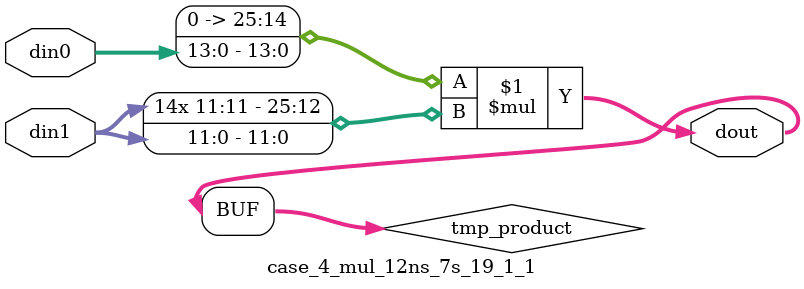
<source format=v>

`timescale 1 ns / 1 ps

 (* use_dsp = "no" *)  module case_4_mul_12ns_7s_19_1_1(din0, din1, dout);
parameter ID = 1;
parameter NUM_STAGE = 0;
parameter din0_WIDTH = 14;
parameter din1_WIDTH = 12;
parameter dout_WIDTH = 26;

input [din0_WIDTH - 1 : 0] din0; 
input [din1_WIDTH - 1 : 0] din1; 
output [dout_WIDTH - 1 : 0] dout;

wire signed [dout_WIDTH - 1 : 0] tmp_product;

























assign tmp_product = $signed({1'b0, din0}) * $signed(din1);










assign dout = tmp_product;





















endmodule

</source>
